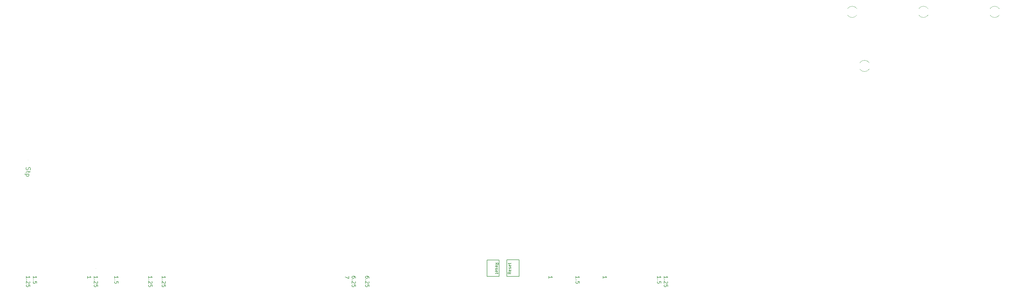
<source format=gbr>
%TF.GenerationSoftware,KiCad,Pcbnew,(5.99.0-9785-ga9f86c6f3d)*%
%TF.CreationDate,2021-09-01T12:36:29-04:00*%
%TF.ProjectId,nt980.dk,6e743938-302e-4646-9b2e-6b696361645f,rev?*%
%TF.SameCoordinates,Original*%
%TF.FileFunction,Legend,Top*%
%TF.FilePolarity,Positive*%
%FSLAX46Y46*%
G04 Gerber Fmt 4.6, Leading zero omitted, Abs format (unit mm)*
G04 Created by KiCad (PCBNEW (5.99.0-9785-ga9f86c6f3d)) date 2021-09-01 12:36:29*
%MOMM*%
%LPD*%
G01*
G04 APERTURE LIST*
%ADD10C,0.150000*%
%ADD11C,0.200000*%
%ADD12C,0.120000*%
G04 APERTURE END LIST*
D10*
X177238500Y-116330000D02*
X172976500Y-116330000D01*
X172976500Y-116330000D02*
X172976500Y-110494000D01*
X172976500Y-110494000D02*
X177238500Y-110494000D01*
X177238500Y-110494000D02*
X177238500Y-116330000D01*
X184245500Y-116319000D02*
X179983500Y-116319000D01*
X179983500Y-116319000D02*
X179983500Y-110483000D01*
X179983500Y-110483000D02*
X184245500Y-110483000D01*
X184245500Y-110483000D02*
X184245500Y-116319000D01*
X124487023Y-116187071D02*
X124487023Y-117020404D01*
X123237023Y-116484690D01*
X126890773Y-116841833D02*
X126890773Y-116603738D01*
X126831250Y-116484690D01*
X126771726Y-116425166D01*
X126593154Y-116306119D01*
X126355059Y-116246595D01*
X125878869Y-116246595D01*
X125759821Y-116306119D01*
X125700297Y-116365642D01*
X125640773Y-116484690D01*
X125640773Y-116722785D01*
X125700297Y-116841833D01*
X125759821Y-116901357D01*
X125878869Y-116960880D01*
X126176488Y-116960880D01*
X126295535Y-116901357D01*
X126355059Y-116841833D01*
X126414583Y-116722785D01*
X126414583Y-116484690D01*
X126355059Y-116365642D01*
X126295535Y-116306119D01*
X126176488Y-116246595D01*
X125759821Y-117496595D02*
X125700297Y-117556119D01*
X125640773Y-117496595D01*
X125700297Y-117437071D01*
X125759821Y-117496595D01*
X125640773Y-117496595D01*
X126771726Y-118032309D02*
X126831250Y-118091833D01*
X126890773Y-118210880D01*
X126890773Y-118508500D01*
X126831250Y-118627547D01*
X126771726Y-118687071D01*
X126652678Y-118746595D01*
X126533630Y-118746595D01*
X126355059Y-118687071D01*
X125640773Y-117972785D01*
X125640773Y-118746595D01*
X126890773Y-119877547D02*
X126890773Y-119282309D01*
X126295535Y-119222785D01*
X126355059Y-119282309D01*
X126414583Y-119401357D01*
X126414583Y-119698976D01*
X126355059Y-119818023D01*
X126295535Y-119877547D01*
X126176488Y-119937071D01*
X125878869Y-119937071D01*
X125759821Y-119877547D01*
X125700297Y-119818023D01*
X125640773Y-119698976D01*
X125640773Y-119401357D01*
X125700297Y-119282309D01*
X125759821Y-119222785D01*
X131627023Y-116841833D02*
X131627023Y-116603738D01*
X131567500Y-116484690D01*
X131507976Y-116425166D01*
X131329404Y-116306119D01*
X131091309Y-116246595D01*
X130615119Y-116246595D01*
X130496071Y-116306119D01*
X130436547Y-116365642D01*
X130377023Y-116484690D01*
X130377023Y-116722785D01*
X130436547Y-116841833D01*
X130496071Y-116901357D01*
X130615119Y-116960880D01*
X130912738Y-116960880D01*
X131031785Y-116901357D01*
X131091309Y-116841833D01*
X131150833Y-116722785D01*
X131150833Y-116484690D01*
X131091309Y-116365642D01*
X131031785Y-116306119D01*
X130912738Y-116246595D01*
X130496071Y-117496595D02*
X130436547Y-117556119D01*
X130377023Y-117496595D01*
X130436547Y-117437071D01*
X130496071Y-117496595D01*
X130377023Y-117496595D01*
X131507976Y-118032309D02*
X131567500Y-118091833D01*
X131627023Y-118210880D01*
X131627023Y-118508500D01*
X131567500Y-118627547D01*
X131507976Y-118687071D01*
X131388928Y-118746595D01*
X131269880Y-118746595D01*
X131091309Y-118687071D01*
X130377023Y-117972785D01*
X130377023Y-118746595D01*
X131627023Y-119877547D02*
X131627023Y-119282309D01*
X131031785Y-119222785D01*
X131091309Y-119282309D01*
X131150833Y-119401357D01*
X131150833Y-119698976D01*
X131091309Y-119818023D01*
X131031785Y-119877547D01*
X130912738Y-119937071D01*
X130615119Y-119937071D01*
X130496071Y-119877547D01*
X130436547Y-119818023D01*
X130377023Y-119698976D01*
X130377023Y-119401357D01*
X130436547Y-119282309D01*
X130496071Y-119222785D01*
D11*
X11305357Y-78053285D02*
X11233928Y-78267571D01*
X11233928Y-78624714D01*
X11305357Y-78767571D01*
X11376785Y-78839000D01*
X11519642Y-78910428D01*
X11662500Y-78910428D01*
X11805357Y-78839000D01*
X11876785Y-78767571D01*
X11948214Y-78624714D01*
X12019642Y-78339000D01*
X12091071Y-78196142D01*
X12162500Y-78124714D01*
X12305357Y-78053285D01*
X12448214Y-78053285D01*
X12591071Y-78124714D01*
X12662500Y-78196142D01*
X12733928Y-78339000D01*
X12733928Y-78696142D01*
X12662500Y-78910428D01*
X12233928Y-79339000D02*
X12233928Y-79910428D01*
X12733928Y-79553285D02*
X11448214Y-79553285D01*
X11305357Y-79624714D01*
X11233928Y-79767571D01*
X11233928Y-79910428D01*
X12233928Y-80410428D02*
X10733928Y-80410428D01*
X12162500Y-80410428D02*
X12233928Y-80553285D01*
X12233928Y-80839000D01*
X12162500Y-80981857D01*
X12091071Y-81053285D01*
X11948214Y-81124714D01*
X11519642Y-81124714D01*
X11376785Y-81053285D01*
X11305357Y-80981857D01*
X11233928Y-80839000D01*
X11233928Y-80553285D01*
X11305357Y-80410428D01*
D10*
X11340773Y-116960880D02*
X11340773Y-116246595D01*
X11340773Y-116603738D02*
X12590773Y-116603738D01*
X12412202Y-116484690D01*
X12293154Y-116365642D01*
X12233630Y-116246595D01*
X11459821Y-117496595D02*
X11400297Y-117556119D01*
X11340773Y-117496595D01*
X11400297Y-117437071D01*
X11459821Y-117496595D01*
X11340773Y-117496595D01*
X12471726Y-118032309D02*
X12531250Y-118091833D01*
X12590773Y-118210880D01*
X12590773Y-118508500D01*
X12531250Y-118627547D01*
X12471726Y-118687071D01*
X12352678Y-118746595D01*
X12233630Y-118746595D01*
X12055059Y-118687071D01*
X11340773Y-117972785D01*
X11340773Y-118746595D01*
X12590773Y-119877547D02*
X12590773Y-119282309D01*
X11995535Y-119222785D01*
X12055059Y-119282309D01*
X12114583Y-119401357D01*
X12114583Y-119698976D01*
X12055059Y-119818023D01*
X11995535Y-119877547D01*
X11876488Y-119937071D01*
X11578869Y-119937071D01*
X11459821Y-119877547D01*
X11400297Y-119818023D01*
X11340773Y-119698976D01*
X11340773Y-119401357D01*
X11400297Y-119282309D01*
X11459821Y-119222785D01*
X175971119Y-112199904D02*
X176447309Y-111866571D01*
X175971119Y-111628476D02*
X176971119Y-111628476D01*
X176971119Y-112009428D01*
X176923500Y-112104666D01*
X176875880Y-112152285D01*
X176780642Y-112199904D01*
X176637785Y-112199904D01*
X176542547Y-112152285D01*
X176494928Y-112104666D01*
X176447309Y-112009428D01*
X176447309Y-111628476D01*
X176018738Y-113009428D02*
X175971119Y-112914190D01*
X175971119Y-112723714D01*
X176018738Y-112628476D01*
X176113976Y-112580857D01*
X176494928Y-112580857D01*
X176590166Y-112628476D01*
X176637785Y-112723714D01*
X176637785Y-112914190D01*
X176590166Y-113009428D01*
X176494928Y-113057047D01*
X176399690Y-113057047D01*
X176304452Y-112580857D01*
X176018738Y-113438000D02*
X175971119Y-113533238D01*
X175971119Y-113723714D01*
X176018738Y-113818952D01*
X176113976Y-113866571D01*
X176161595Y-113866571D01*
X176256833Y-113818952D01*
X176304452Y-113723714D01*
X176304452Y-113580857D01*
X176352071Y-113485619D01*
X176447309Y-113438000D01*
X176494928Y-113438000D01*
X176590166Y-113485619D01*
X176637785Y-113580857D01*
X176637785Y-113723714D01*
X176590166Y-113818952D01*
X176018738Y-114676095D02*
X175971119Y-114580857D01*
X175971119Y-114390380D01*
X176018738Y-114295142D01*
X176113976Y-114247523D01*
X176494928Y-114247523D01*
X176590166Y-114295142D01*
X176637785Y-114390380D01*
X176637785Y-114580857D01*
X176590166Y-114676095D01*
X176494928Y-114723714D01*
X176399690Y-114723714D01*
X176304452Y-114247523D01*
X176637785Y-115009428D02*
X176637785Y-115390380D01*
X176971119Y-115152285D02*
X176113976Y-115152285D01*
X176018738Y-115199904D01*
X175971119Y-115295142D01*
X175971119Y-115390380D01*
X204207023Y-116960880D02*
X204207023Y-116246595D01*
X204207023Y-116603738D02*
X205457023Y-116603738D01*
X205278452Y-116484690D01*
X205159404Y-116365642D01*
X205099880Y-116246595D01*
X204326071Y-117496595D02*
X204266547Y-117556119D01*
X204207023Y-117496595D01*
X204266547Y-117437071D01*
X204326071Y-117496595D01*
X204207023Y-117496595D01*
X205457023Y-118687071D02*
X205457023Y-118091833D01*
X204861785Y-118032309D01*
X204921309Y-118091833D01*
X204980833Y-118210880D01*
X204980833Y-118508500D01*
X204921309Y-118627547D01*
X204861785Y-118687071D01*
X204742738Y-118746595D01*
X204445119Y-118746595D01*
X204326071Y-118687071D01*
X204266547Y-118627547D01*
X204207023Y-118508500D01*
X204207023Y-118210880D01*
X204266547Y-118091833D01*
X204326071Y-118032309D01*
X235178273Y-116960880D02*
X235178273Y-116246595D01*
X235178273Y-116603738D02*
X236428273Y-116603738D01*
X236249702Y-116484690D01*
X236130654Y-116365642D01*
X236071130Y-116246595D01*
X235297321Y-117496595D02*
X235237797Y-117556119D01*
X235178273Y-117496595D01*
X235237797Y-117437071D01*
X235297321Y-117496595D01*
X235178273Y-117496595D01*
X236309226Y-118032309D02*
X236368750Y-118091833D01*
X236428273Y-118210880D01*
X236428273Y-118508500D01*
X236368750Y-118627547D01*
X236309226Y-118687071D01*
X236190178Y-118746595D01*
X236071130Y-118746595D01*
X235892559Y-118687071D01*
X235178273Y-117972785D01*
X235178273Y-118746595D01*
X236428273Y-119877547D02*
X236428273Y-119282309D01*
X235833035Y-119222785D01*
X235892559Y-119282309D01*
X235952083Y-119401357D01*
X235952083Y-119698976D01*
X235892559Y-119818023D01*
X235833035Y-119877547D01*
X235713988Y-119937071D01*
X235416369Y-119937071D01*
X235297321Y-119877547D01*
X235237797Y-119818023D01*
X235178273Y-119698976D01*
X235178273Y-119401357D01*
X235237797Y-119282309D01*
X235297321Y-119222785D01*
X32772023Y-116960880D02*
X32772023Y-116246595D01*
X32772023Y-116603738D02*
X34022023Y-116603738D01*
X33843452Y-116484690D01*
X33724404Y-116365642D01*
X33664880Y-116246595D01*
X13727023Y-116960880D02*
X13727023Y-116246595D01*
X13727023Y-116603738D02*
X14977023Y-116603738D01*
X14798452Y-116484690D01*
X14679404Y-116365642D01*
X14619880Y-116246595D01*
X13846071Y-117496595D02*
X13786547Y-117556119D01*
X13727023Y-117496595D01*
X13786547Y-117437071D01*
X13846071Y-117496595D01*
X13727023Y-117496595D01*
X14977023Y-118687071D02*
X14977023Y-118091833D01*
X14381785Y-118032309D01*
X14441309Y-118091833D01*
X14500833Y-118210880D01*
X14500833Y-118508500D01*
X14441309Y-118627547D01*
X14381785Y-118687071D01*
X14262738Y-118746595D01*
X13965119Y-118746595D01*
X13846071Y-118687071D01*
X13786547Y-118627547D01*
X13727023Y-118508500D01*
X13727023Y-118210880D01*
X13786547Y-118091833D01*
X13846071Y-118032309D01*
X58937023Y-116960880D02*
X58937023Y-116246595D01*
X58937023Y-116603738D02*
X60187023Y-116603738D01*
X60008452Y-116484690D01*
X59889404Y-116365642D01*
X59829880Y-116246595D01*
X59056071Y-117496595D02*
X58996547Y-117556119D01*
X58937023Y-117496595D01*
X58996547Y-117437071D01*
X59056071Y-117496595D01*
X58937023Y-117496595D01*
X60067976Y-118032309D02*
X60127500Y-118091833D01*
X60187023Y-118210880D01*
X60187023Y-118508500D01*
X60127500Y-118627547D01*
X60067976Y-118687071D01*
X59948928Y-118746595D01*
X59829880Y-118746595D01*
X59651309Y-118687071D01*
X58937023Y-117972785D01*
X58937023Y-118746595D01*
X60187023Y-119877547D02*
X60187023Y-119282309D01*
X59591785Y-119222785D01*
X59651309Y-119282309D01*
X59710833Y-119401357D01*
X59710833Y-119698976D01*
X59651309Y-119818023D01*
X59591785Y-119877547D01*
X59472738Y-119937071D01*
X59175119Y-119937071D01*
X59056071Y-119877547D01*
X58996547Y-119818023D01*
X58937023Y-119698976D01*
X58937023Y-119401357D01*
X58996547Y-119282309D01*
X59056071Y-119222785D01*
X42284523Y-116960880D02*
X42284523Y-116246595D01*
X42284523Y-116603738D02*
X43534523Y-116603738D01*
X43355952Y-116484690D01*
X43236904Y-116365642D01*
X43177380Y-116246595D01*
X42403571Y-117496595D02*
X42344047Y-117556119D01*
X42284523Y-117496595D01*
X42344047Y-117437071D01*
X42403571Y-117496595D01*
X42284523Y-117496595D01*
X43534523Y-118687071D02*
X43534523Y-118091833D01*
X42939285Y-118032309D01*
X42998809Y-118091833D01*
X43058333Y-118210880D01*
X43058333Y-118508500D01*
X42998809Y-118627547D01*
X42939285Y-118687071D01*
X42820238Y-118746595D01*
X42522619Y-118746595D01*
X42403571Y-118687071D01*
X42344047Y-118627547D01*
X42284523Y-118508500D01*
X42284523Y-118210880D01*
X42344047Y-118091833D01*
X42403571Y-118032309D01*
X54235023Y-116960880D02*
X54235023Y-116246595D01*
X54235023Y-116603738D02*
X55485023Y-116603738D01*
X55306452Y-116484690D01*
X55187404Y-116365642D01*
X55127880Y-116246595D01*
X54354071Y-117496595D02*
X54294547Y-117556119D01*
X54235023Y-117496595D01*
X54294547Y-117437071D01*
X54354071Y-117496595D01*
X54235023Y-117496595D01*
X55365976Y-118032309D02*
X55425500Y-118091833D01*
X55485023Y-118210880D01*
X55485023Y-118508500D01*
X55425500Y-118627547D01*
X55365976Y-118687071D01*
X55246928Y-118746595D01*
X55127880Y-118746595D01*
X54949309Y-118687071D01*
X54235023Y-117972785D01*
X54235023Y-118746595D01*
X55485023Y-119877547D02*
X55485023Y-119282309D01*
X54889785Y-119222785D01*
X54949309Y-119282309D01*
X55008833Y-119401357D01*
X55008833Y-119698976D01*
X54949309Y-119818023D01*
X54889785Y-119877547D01*
X54770738Y-119937071D01*
X54473119Y-119937071D01*
X54354071Y-119877547D01*
X54294547Y-119818023D01*
X54235023Y-119698976D01*
X54235023Y-119401357D01*
X54294547Y-119282309D01*
X54354071Y-119222785D01*
X181416880Y-114770095D02*
X180940690Y-115103428D01*
X181416880Y-115341523D02*
X180416880Y-115341523D01*
X180416880Y-114960571D01*
X180464500Y-114865333D01*
X180512119Y-114817714D01*
X180607357Y-114770095D01*
X180750214Y-114770095D01*
X180845452Y-114817714D01*
X180893071Y-114865333D01*
X180940690Y-114960571D01*
X180940690Y-115341523D01*
X181369261Y-113960571D02*
X181416880Y-114055809D01*
X181416880Y-114246285D01*
X181369261Y-114341523D01*
X181274023Y-114389142D01*
X180893071Y-114389142D01*
X180797833Y-114341523D01*
X180750214Y-114246285D01*
X180750214Y-114055809D01*
X180797833Y-113960571D01*
X180893071Y-113912952D01*
X180988309Y-113912952D01*
X181083547Y-114389142D01*
X181369261Y-113532000D02*
X181416880Y-113436761D01*
X181416880Y-113246285D01*
X181369261Y-113151047D01*
X181274023Y-113103428D01*
X181226404Y-113103428D01*
X181131166Y-113151047D01*
X181083547Y-113246285D01*
X181083547Y-113389142D01*
X181035928Y-113484380D01*
X180940690Y-113532000D01*
X180893071Y-113532000D01*
X180797833Y-113484380D01*
X180750214Y-113389142D01*
X180750214Y-113246285D01*
X180797833Y-113151047D01*
X181369261Y-112293904D02*
X181416880Y-112389142D01*
X181416880Y-112579619D01*
X181369261Y-112674857D01*
X181274023Y-112722476D01*
X180893071Y-112722476D01*
X180797833Y-112674857D01*
X180750214Y-112579619D01*
X180750214Y-112389142D01*
X180797833Y-112293904D01*
X180893071Y-112246285D01*
X180988309Y-112246285D01*
X181083547Y-112722476D01*
X180750214Y-111960571D02*
X180750214Y-111579619D01*
X180416880Y-111817714D02*
X181274023Y-111817714D01*
X181369261Y-111770095D01*
X181416880Y-111674857D01*
X181416880Y-111579619D01*
X213747023Y-116960880D02*
X213747023Y-116246595D01*
X213747023Y-116603738D02*
X214997023Y-116603738D01*
X214818452Y-116484690D01*
X214699404Y-116365642D01*
X214639880Y-116246595D01*
X194697023Y-116960880D02*
X194697023Y-116246595D01*
X194697023Y-116603738D02*
X195947023Y-116603738D01*
X195768452Y-116484690D01*
X195649404Y-116365642D01*
X195589880Y-116246595D01*
X35137023Y-116960880D02*
X35137023Y-116246595D01*
X35137023Y-116603738D02*
X36387023Y-116603738D01*
X36208452Y-116484690D01*
X36089404Y-116365642D01*
X36029880Y-116246595D01*
X35256071Y-117496595D02*
X35196547Y-117556119D01*
X35137023Y-117496595D01*
X35196547Y-117437071D01*
X35256071Y-117496595D01*
X35137023Y-117496595D01*
X36267976Y-118032309D02*
X36327500Y-118091833D01*
X36387023Y-118210880D01*
X36387023Y-118508500D01*
X36327500Y-118627547D01*
X36267976Y-118687071D01*
X36148928Y-118746595D01*
X36029880Y-118746595D01*
X35851309Y-118687071D01*
X35137023Y-117972785D01*
X35137023Y-118746595D01*
X36387023Y-119877547D02*
X36387023Y-119282309D01*
X35791785Y-119222785D01*
X35851309Y-119282309D01*
X35910833Y-119401357D01*
X35910833Y-119698976D01*
X35851309Y-119818023D01*
X35791785Y-119877547D01*
X35672738Y-119937071D01*
X35375119Y-119937071D01*
X35256071Y-119877547D01*
X35196547Y-119818023D01*
X35137023Y-119698976D01*
X35137023Y-119401357D01*
X35196547Y-119282309D01*
X35256071Y-119222785D01*
X232797023Y-116960880D02*
X232797023Y-116246595D01*
X232797023Y-116603738D02*
X234047023Y-116603738D01*
X233868452Y-116484690D01*
X233749404Y-116365642D01*
X233689880Y-116246595D01*
X232916071Y-117496595D02*
X232856547Y-117556119D01*
X232797023Y-117496595D01*
X232856547Y-117437071D01*
X232916071Y-117496595D01*
X232797023Y-117496595D01*
X234047023Y-118687071D02*
X234047023Y-118091833D01*
X233451785Y-118032309D01*
X233511309Y-118091833D01*
X233570833Y-118210880D01*
X233570833Y-118508500D01*
X233511309Y-118627547D01*
X233451785Y-118687071D01*
X233332738Y-118746595D01*
X233035119Y-118746595D01*
X232916071Y-118687071D01*
X232856547Y-118627547D01*
X232797023Y-118508500D01*
X232797023Y-118210880D01*
X232856547Y-118091833D01*
X232916071Y-118032309D01*
D12*
X324615000Y-22189000D02*
X324615000Y-22345000D01*
X324615000Y-24505000D02*
X324615000Y-24661000D01*
X327847335Y-24503608D02*
G75*
G02*
X324615000Y-24660516I-1672335J1078608D01*
G01*
X327847335Y-22346392D02*
G75*
G03*
X324615000Y-22189484I-1672335J-1078608D01*
G01*
X349615000Y-22189000D02*
X349615000Y-22345000D01*
X349615000Y-24505000D02*
X349615000Y-24661000D01*
X352847335Y-22346392D02*
G75*
G03*
X349615000Y-22189484I-1672335J-1078608D01*
G01*
X352847335Y-24503608D02*
G75*
G02*
X349615000Y-24660516I-1672335J1078608D01*
G01*
X299615000Y-22189000D02*
X299615000Y-22345000D01*
X299615000Y-24505000D02*
X299615000Y-24661000D01*
X302847335Y-22346392D02*
G75*
G03*
X299615000Y-22189484I-1672335J-1078608D01*
G01*
X302847335Y-24503608D02*
G75*
G02*
X299615000Y-24660516I-1672335J1078608D01*
G01*
X303940000Y-41169000D02*
X303940000Y-41325000D01*
X303940000Y-43485000D02*
X303940000Y-43641000D01*
X307172335Y-41326392D02*
G75*
G03*
X303940000Y-41169484I-1672335J-1078608D01*
G01*
X307172335Y-43483608D02*
G75*
G02*
X303940000Y-43640516I-1672335J1078608D01*
G01*
X11912500Y-75425000D02*
G75*
G03*
X11912500Y-75425000I0J0D01*
G01*
X35702500Y-113525000D02*
G75*
G03*
X35702500Y-113525000I0J0D01*
G01*
M02*

</source>
